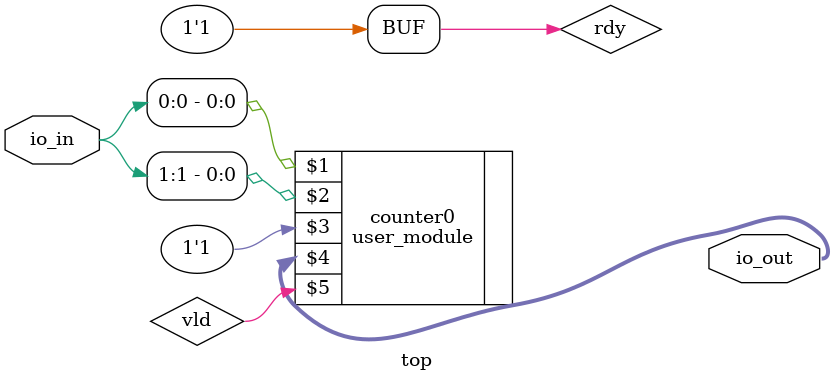
<source format=v>
module top(
  input wire [7:0] io_in,
  output wire [7:0] io_out
);
  wire 	    rdy = 1;
  wire 	    vld;
  user_module counter0(io_in[0], io_in[1], rdy, io_out, vld);
endmodule

</source>
